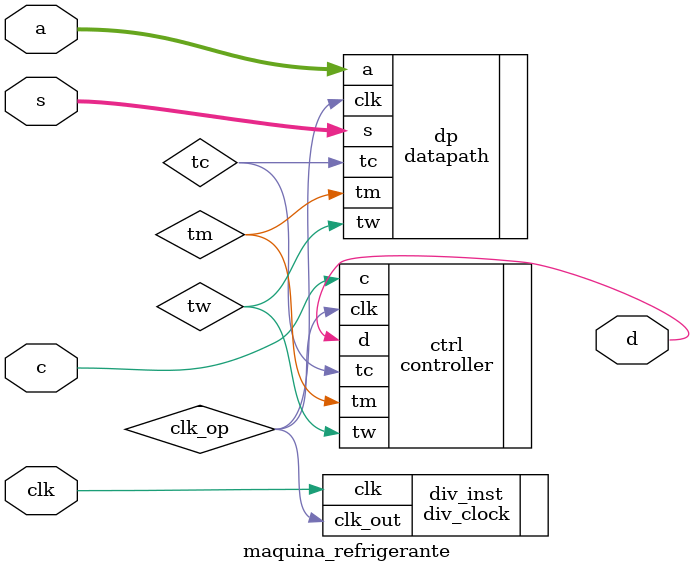
<source format=sv>
module maquina_refrigerante(
    input logic [7:0] s, a, // Entradas de 8 bits
    input logic c, clk, // Entradas de controle e clk
    output logic d // Saidas de controle  
);
    wire logic clk_op;
    wire logic tm;
    wire logic tw;
    wire logic tc;

    // SEMPRE usar clock direto no testbench para evitar problemas
    //assign clk_op = clk; // Clock direto sempre
    div_clock div_inst(.clk(clk), .clk_out(clk_op));

    datapath dp(.s(s), .a(a), .tw(tw), .tc(tc), .clk(clk_op), .tm(tm));
    controller ctrl(.c(c), .tm(tm), .clk(clk_op), .d(d), .tw(tw), .tc(tc));

endmodule
</source>
